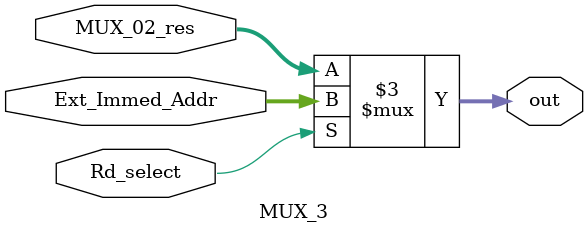
<source format=v>
module MUX_3(Rd_select, MUX_02_res, Ext_Immed_Addr, out);
  input Rd_select; //select line
  input [15:0] MUX_02_res, Ext_Immed_Addr; //2 options for MUX

  output [15:0] out; //result of MUX
  reg [15:0] out;

  always @(*)
  begin
    if(Rd_select)  //if select line == 1, immediate value will go
      out = Ext_Immed_Addr;  
    else
      out = MUX_02_res; //if select line == 0, MUX-02 result will go
  end

endmodule

</source>
